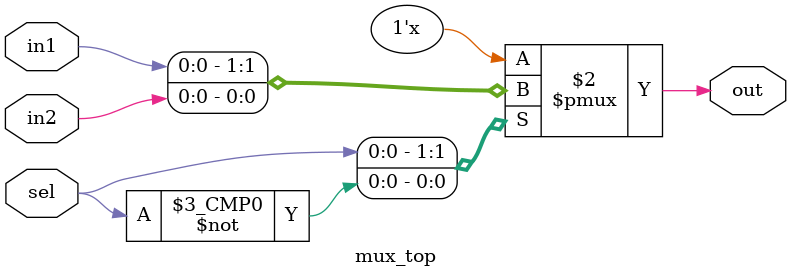
<source format=v>
module mux_top 
(
	input	wire	in1,
	input	wire	in2,
	input 	wire	sel,
	output	reg 	out
);

//method 1
// always@(*) //same as always@(in1, in2, sel)
	// if(sel == 1'b1)
		// out = in1;
	// else 
		// out = in2;

//method 2: out is wire since here is combinational logic
// assign out = (sel == 1'b1) ? in1 :in2;

//method 3:
always@(*)
	case(sel)
		1'b1	:	out = in1;
		1'b0	:	out = in2;
		default	:	out = in1;
	endcase

endmodule
</source>
